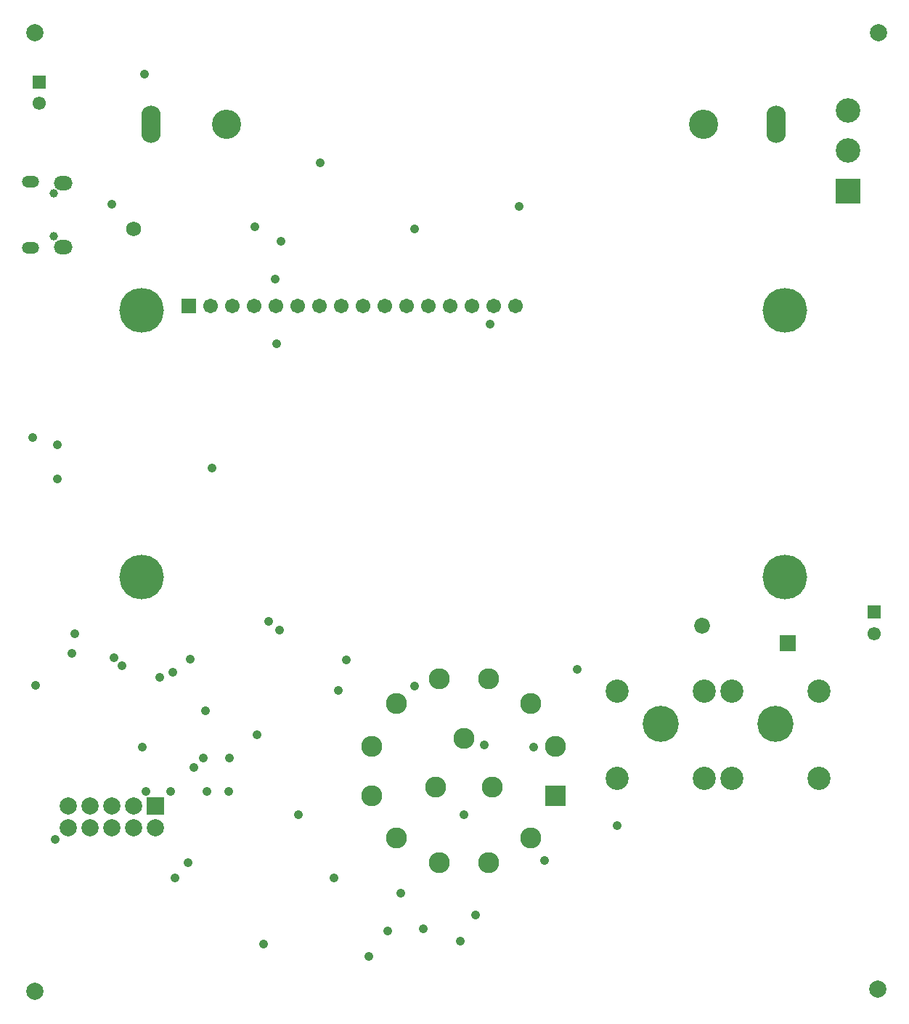
<source format=gbs>
G04*
G04 #@! TF.GenerationSoftware,Altium Limited,Altium Designer,24.7.2 (38)*
G04*
G04 Layer_Color=16711935*
%FSLAX44Y44*%
%MOMM*%
G71*
G04*
G04 #@! TF.SameCoordinates,3EB35486-9304-4E7F-AAB6-153DF52DCD65*
G04*
G04*
G04 #@! TF.FilePolarity,Negative*
G04*
G01*
G75*
%ADD85C,2.7032*%
%ADD86C,4.2032*%
%ADD87C,2.4532*%
%ADD88R,2.4532X2.4532*%
%ADD89C,5.2032*%
%ADD90C,1.7112*%
%ADD91R,1.7112X1.7112*%
%ADD92O,2.2732X4.3432*%
%ADD93C,3.4032*%
%ADD94O,2.2032X1.6532*%
%ADD95O,2.0032X1.3532*%
%ADD96C,1.0032*%
%ADD97R,2.0032X2.0032*%
%ADD98C,2.0032*%
%ADD99C,1.7272*%
%ADD100C,1.8500*%
%ADD101R,1.8500X1.8500*%
%ADD102R,1.5500X1.5500*%
%ADD103C,1.5500*%
%ADD104C,2.8542*%
%ADD105R,2.8542X2.8542*%
%ADD106C,1.0414*%
D85*
X944880Y278030D02*
D03*
X843280D02*
D03*
X944880Y379630D02*
D03*
X843280D02*
D03*
X709930D02*
D03*
X811530D02*
D03*
X709930Y278030D02*
D03*
X811530D02*
D03*
D86*
X894080Y341630D02*
D03*
X760730D02*
D03*
D87*
X530860Y325120D02*
D03*
X497840Y267970D02*
D03*
X563880D02*
D03*
X638060Y315720D02*
D03*
X609360Y365520D02*
D03*
X559560Y394220D02*
D03*
X502160D02*
D03*
X452360Y365520D02*
D03*
X423660Y315720D02*
D03*
Y258320D02*
D03*
X452360Y208520D02*
D03*
X502160Y179820D02*
D03*
X559560D02*
D03*
X609360Y208520D02*
D03*
D88*
X638060Y258320D02*
D03*
D89*
X905351Y513138D02*
D03*
X155351D02*
D03*
X905351Y823138D02*
D03*
X155351D02*
D03*
D90*
X591351Y828139D02*
D03*
X565951D02*
D03*
X540551D02*
D03*
X515151D02*
D03*
X489751D02*
D03*
X464351D02*
D03*
X438951D02*
D03*
X413551D02*
D03*
X388151D02*
D03*
X362751D02*
D03*
X337351D02*
D03*
X311951D02*
D03*
X286551D02*
D03*
X261151D02*
D03*
X235751D02*
D03*
D91*
X210351D02*
D03*
D92*
X895130Y1040130D02*
D03*
X166130D02*
D03*
D93*
X810180D02*
D03*
X254030D02*
D03*
D94*
X63290Y971970D02*
D03*
Y897470D02*
D03*
D95*
X25290Y973470D02*
D03*
Y895970D02*
D03*
D96*
X52790Y909720D02*
D03*
Y959720D02*
D03*
D97*
X171450Y246380D02*
D03*
D98*
Y220980D02*
D03*
X146050Y246380D02*
D03*
Y220980D02*
D03*
X120650Y246380D02*
D03*
Y220980D02*
D03*
X95250Y246380D02*
D03*
Y220980D02*
D03*
X69850Y246380D02*
D03*
Y220980D02*
D03*
X1013460Y33020D02*
D03*
X30480Y30480D02*
D03*
Y1146810D02*
D03*
X1014730D02*
D03*
D99*
X146050Y918210D02*
D03*
D100*
X808520Y455770D02*
D03*
D101*
X908520Y435770D02*
D03*
D102*
X35730Y1089460D02*
D03*
X1009650Y472040D02*
D03*
D103*
X35730Y1064460D02*
D03*
X1009650Y447040D02*
D03*
D104*
X979170Y1056640D02*
D03*
Y1009650D02*
D03*
D105*
Y962660D02*
D03*
D106*
X57150Y627380D02*
D03*
Y666750D02*
D03*
X662940Y405130D02*
D03*
X132080Y409621D02*
D03*
X123190Y419100D02*
D03*
X176530Y396113D02*
D03*
X191236Y402056D02*
D03*
X289560Y329057D02*
D03*
X312420Y784860D02*
D03*
X561340Y807720D02*
D03*
X229870Y356870D02*
D03*
X212090Y416687D02*
D03*
X31750Y387018D02*
D03*
X441960Y100330D02*
D03*
X457200Y144780D02*
D03*
X483870Y102870D02*
D03*
X337820Y236220D02*
D03*
X544830Y119380D02*
D03*
X77470Y447040D02*
D03*
X54610Y207010D02*
D03*
X73660Y424180D02*
D03*
X27940Y675640D02*
D03*
X363220Y995680D02*
D03*
X530860Y236220D02*
D03*
X709930Y223520D02*
D03*
X379730Y162560D02*
D03*
X297180Y85090D02*
D03*
X554990Y317500D02*
D03*
X420370Y71120D02*
D03*
X527050Y88900D02*
D03*
X393700Y416560D02*
D03*
X384810Y381000D02*
D03*
X237490Y640080D02*
D03*
X316230Y450850D02*
D03*
X303530Y461010D02*
D03*
X473710Y386080D02*
D03*
X612140Y314960D02*
D03*
X624840Y182880D02*
D03*
X194310Y162560D02*
D03*
X189230Y262890D02*
D03*
X256540D02*
D03*
X257810Y302260D02*
D03*
X215900Y290830D02*
D03*
X227073Y302260D02*
D03*
X231140Y262890D02*
D03*
X209550Y180340D02*
D03*
X160020Y262890D02*
D03*
X156210Y314960D02*
D03*
X158750Y1098550D02*
D03*
X595630Y944880D02*
D03*
X473710Y918210D02*
D03*
X317500Y904240D02*
D03*
X311150Y859790D02*
D03*
X287020Y920750D02*
D03*
X120650Y947420D02*
D03*
M02*

</source>
